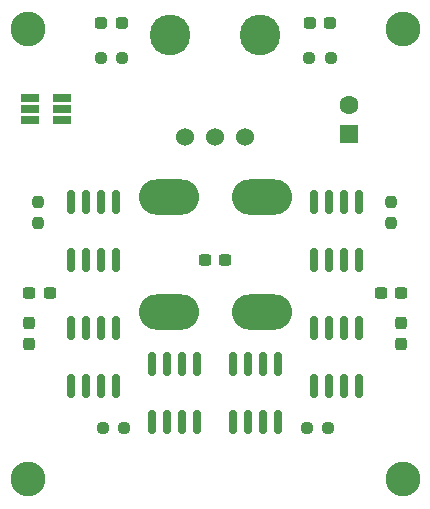
<source format=gbr>
%TF.GenerationSoftware,KiCad,Pcbnew,7.0.7*%
%TF.CreationDate,2023-11-05T22:28:57-06:00*%
%TF.ProjectId,BrushedMOCO_Breakout,42727573-6865-4644-9d4f-434f5f427265,rev?*%
%TF.SameCoordinates,Original*%
%TF.FileFunction,Soldermask,Top*%
%TF.FilePolarity,Negative*%
%FSLAX46Y46*%
G04 Gerber Fmt 4.6, Leading zero omitted, Abs format (unit mm)*
G04 Created by KiCad (PCBNEW 7.0.7) date 2023-11-05 22:28:57*
%MOMM*%
%LPD*%
G01*
G04 APERTURE LIST*
G04 Aperture macros list*
%AMRoundRect*
0 Rectangle with rounded corners*
0 $1 Rounding radius*
0 $2 $3 $4 $5 $6 $7 $8 $9 X,Y pos of 4 corners*
0 Add a 4 corners polygon primitive as box body*
4,1,4,$2,$3,$4,$5,$6,$7,$8,$9,$2,$3,0*
0 Add four circle primitives for the rounded corners*
1,1,$1+$1,$2,$3*
1,1,$1+$1,$4,$5*
1,1,$1+$1,$6,$7*
1,1,$1+$1,$8,$9*
0 Add four rect primitives between the rounded corners*
20,1,$1+$1,$2,$3,$4,$5,0*
20,1,$1+$1,$4,$5,$6,$7,0*
20,1,$1+$1,$6,$7,$8,$9,0*
20,1,$1+$1,$8,$9,$2,$3,0*%
G04 Aperture macros list end*
%ADD10C,2.946400*%
%ADD11RoundRect,0.150000X0.150000X-0.825000X0.150000X0.825000X-0.150000X0.825000X-0.150000X-0.825000X0*%
%ADD12C,3.450000*%
%ADD13C,1.524000*%
%ADD14RoundRect,0.237500X0.237500X-0.250000X0.237500X0.250000X-0.237500X0.250000X-0.237500X-0.250000X0*%
%ADD15R,1.560000X0.650000*%
%ADD16R,1.600000X1.600000*%
%ADD17C,1.600000*%
%ADD18RoundRect,0.237500X0.250000X0.237500X-0.250000X0.237500X-0.250000X-0.237500X0.250000X-0.237500X0*%
%ADD19RoundRect,0.237500X-0.237500X0.287500X-0.237500X-0.287500X0.237500X-0.287500X0.237500X0.287500X0*%
%ADD20RoundRect,0.237500X-0.250000X-0.237500X0.250000X-0.237500X0.250000X0.237500X-0.250000X0.237500X0*%
%ADD21RoundRect,0.150000X-0.150000X0.825000X-0.150000X-0.825000X0.150000X-0.825000X0.150000X0.825000X0*%
%ADD22RoundRect,0.237500X0.287500X0.237500X-0.287500X0.237500X-0.287500X-0.237500X0.287500X-0.237500X0*%
%ADD23RoundRect,0.237500X0.300000X0.237500X-0.300000X0.237500X-0.300000X-0.237500X0.300000X-0.237500X0*%
%ADD24RoundRect,0.237500X-0.300000X-0.237500X0.300000X-0.237500X0.300000X0.237500X-0.300000X0.237500X0*%
%ADD25O,5.100000X3.000000*%
G04 APERTURE END LIST*
D10*
%TO.C,REF\u002A\u002A*%
X137414000Y-81534000D03*
%TD*%
D11*
%TO.C,U3*%
X116205000Y-114808000D03*
X117475000Y-114808000D03*
X118745000Y-114808000D03*
X120015000Y-114808000D03*
X120015000Y-109858000D03*
X118745000Y-109858000D03*
X117475000Y-109858000D03*
X116205000Y-109858000D03*
%TD*%
D10*
%TO.C,REF\u002A\u002A*%
X105664000Y-119634000D03*
%TD*%
D12*
%TO.C,Conn3*%
X117729000Y-82042000D03*
X125349000Y-82042000D03*
D13*
X118999000Y-90678000D03*
X121539000Y-90678000D03*
X124079000Y-90678000D03*
%TD*%
D14*
%TO.C,R5*%
X106553000Y-97940500D03*
X106553000Y-96115500D03*
%TD*%
D15*
%TO.C,U1*%
X108538000Y-89215000D03*
X108538000Y-88265000D03*
X108538000Y-87315000D03*
X105838000Y-87315000D03*
X105838000Y-88265000D03*
X105838000Y-89215000D03*
%TD*%
D16*
%TO.C,C1*%
X132842000Y-90424000D03*
D17*
X132842000Y-87924000D03*
%TD*%
D10*
%TO.C,REF\u002A\u002A*%
X137414000Y-119634000D03*
%TD*%
D18*
%TO.C,R1*%
X113665000Y-83947000D03*
X111840000Y-83947000D03*
%TD*%
D19*
%TO.C,D2*%
X137287000Y-106426000D03*
X137287000Y-108176000D03*
%TD*%
D20*
%TO.C,R2*%
X129286000Y-115316000D03*
X131111000Y-115316000D03*
%TD*%
D10*
%TO.C,REF\u002A\u002A*%
X105664000Y-81534000D03*
%TD*%
D21*
%TO.C,Q2*%
X133731000Y-96142000D03*
X132461000Y-96142000D03*
X131191000Y-96142000D03*
X129921000Y-96142000D03*
X129921000Y-101092000D03*
X131191000Y-101092000D03*
X132461000Y-101092000D03*
X133731000Y-101092000D03*
%TD*%
D22*
%TO.C,D1*%
X113627500Y-81026000D03*
X111877500Y-81026000D03*
%TD*%
D18*
%TO.C,R6*%
X131318000Y-83947000D03*
X129493000Y-83947000D03*
%TD*%
D23*
%TO.C,C3*%
X122401500Y-101092000D03*
X120676500Y-101092000D03*
%TD*%
D18*
%TO.C,R4*%
X113839000Y-115316000D03*
X112014000Y-115316000D03*
%TD*%
D21*
%TO.C,Q1*%
X133731000Y-106807000D03*
X132461000Y-106807000D03*
X131191000Y-106807000D03*
X129921000Y-106807000D03*
X129921000Y-111757000D03*
X131191000Y-111757000D03*
X132461000Y-111757000D03*
X133731000Y-111757000D03*
%TD*%
D19*
%TO.C,D3*%
X105791000Y-106426000D03*
X105791000Y-108176000D03*
%TD*%
D14*
%TO.C,R3*%
X136398000Y-97940500D03*
X136398000Y-96115500D03*
%TD*%
D11*
%TO.C,U2*%
X123063000Y-114808000D03*
X124333000Y-114808000D03*
X125603000Y-114808000D03*
X126873000Y-114808000D03*
X126873000Y-109858000D03*
X125603000Y-109858000D03*
X124333000Y-109858000D03*
X123063000Y-109858000D03*
%TD*%
D22*
%TO.C,D4*%
X131280500Y-81026000D03*
X129530500Y-81026000D03*
%TD*%
D21*
%TO.C,Q4*%
X113157000Y-96142000D03*
X111887000Y-96142000D03*
X110617000Y-96142000D03*
X109347000Y-96142000D03*
X109347000Y-101092000D03*
X110617000Y-101092000D03*
X111887000Y-101092000D03*
X113157000Y-101092000D03*
%TD*%
D24*
%TO.C,C4*%
X105817500Y-103886000D03*
X107542500Y-103886000D03*
%TD*%
D21*
%TO.C,Q3*%
X113157000Y-106807000D03*
X111887000Y-106807000D03*
X110617000Y-106807000D03*
X109347000Y-106807000D03*
X109347000Y-111757000D03*
X110617000Y-111757000D03*
X111887000Y-111757000D03*
X113157000Y-111757000D03*
%TD*%
D23*
%TO.C,C2*%
X137287000Y-103886000D03*
X135562000Y-103886000D03*
%TD*%
D25*
%TO.C,Conn1*%
X117602000Y-95693200D03*
X125476000Y-95693200D03*
%TD*%
%TO.C,Conn2*%
X125476000Y-105474800D03*
X117602000Y-105474800D03*
%TD*%
M02*

</source>
